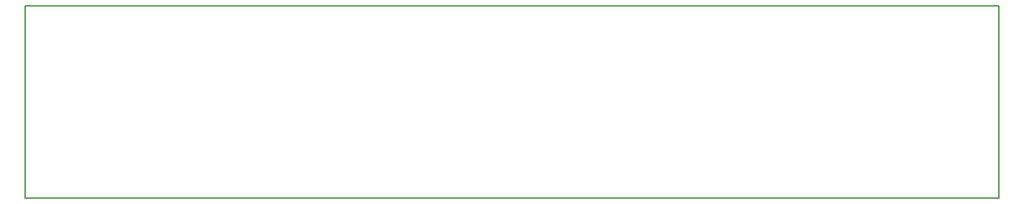
<source format=gto>
G04 MADE WITH FRITZING*
G04 WWW.FRITZING.ORG*
G04 DOUBLE SIDED*
G04 HOLES PLATED*
G04 CONTOUR ON CENTER OF CONTOUR VECTOR*
%ASAXBY*%
%FSLAX23Y23*%
%MOIN*%
%OFA0B0*%
%SFA1.0B1.0*%
%ADD10R,4.921270X0.984252X4.905270X0.968252*%
%ADD11C,0.008000*%
%LNSILK1*%
G90*
G70*
G54D11*
X4Y980D02*
X4917Y980D01*
X4917Y4D01*
X4Y4D01*
X4Y980D01*
D02*
G04 End of Silk1*
M02*
</source>
